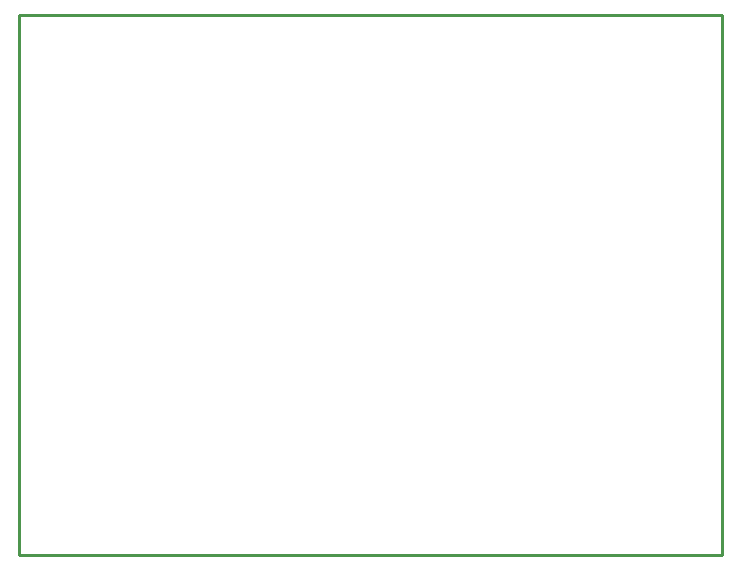
<source format=gko>
%FSLAX25Y25*%
%MOIN*%
G70*
G01*
G75*
G04 Layer_Color=16711935*
%ADD10R,0.07284X0.09252*%
%ADD11R,0.03543X0.02756*%
%ADD12R,0.03543X0.03150*%
%ADD13R,0.09449X0.03937*%
%ADD14R,0.05906X0.03937*%
%ADD15O,0.08661X0.02362*%
%ADD16R,0.03150X0.03543*%
%ADD17O,0.06299X0.01378*%
%ADD18O,0.09055X0.03347*%
%ADD19R,0.09449X0.12992*%
%ADD20R,0.09449X0.03937*%
%ADD21R,0.03937X0.09449*%
%ADD22R,0.03937X0.05906*%
%ADD23R,0.04331X0.06693*%
%ADD24R,0.06693X0.04331*%
%ADD25R,0.24410X0.22835*%
%ADD26R,0.11811X0.06299*%
%ADD27R,0.02362X0.04331*%
%ADD28C,0.01500*%
%ADD29C,0.00800*%
%ADD30C,0.03000*%
%ADD31C,0.01000*%
%ADD32C,0.02500*%
%ADD33C,0.02000*%
%ADD34C,0.15000*%
%ADD35C,0.05906*%
%ADD36R,0.05906X0.05906*%
%ADD37R,0.05906X0.05906*%
%ADD38C,0.05000*%
%ADD39C,0.02500*%
%ADD40C,0.00984*%
%ADD41C,0.02362*%
%ADD42C,0.00787*%
%ADD43C,0.00300*%
%ADD44C,0.00600*%
%ADD45R,0.08083X0.10052*%
%ADD46R,0.04343X0.03556*%
%ADD47R,0.04343X0.03950*%
%ADD48R,0.10249X0.04737*%
%ADD49R,0.06706X0.04737*%
%ADD50O,0.09461X0.03162*%
%ADD51R,0.03950X0.04343*%
%ADD52O,0.07099X0.02178*%
%ADD53O,0.09855X0.04147*%
%ADD54R,0.10249X0.13792*%
%ADD55R,0.10249X0.04737*%
%ADD56R,0.04737X0.10249*%
%ADD57R,0.04737X0.06706*%
%ADD58R,0.05131X0.07493*%
%ADD59R,0.07493X0.05131*%
%ADD60R,0.25210X0.23635*%
%ADD61R,0.12611X0.07099*%
%ADD62R,0.03162X0.05131*%
%ADD63C,0.15800*%
%ADD64C,0.06706*%
%ADD65R,0.06706X0.06706*%
%ADD66R,0.06706X0.06706*%
%ADD67C,0.05800*%
%ADD68C,0.03300*%
%ADD69C,0.00394*%
%ADD70R,0.10630X0.02648*%
%ADD71C,0.00500*%
%ADD72C,0.00197*%
D31*
X101100Y252617D02*
Y432500D01*
Y252617D02*
X335400D01*
Y432500D01*
X101100D02*
X335400D01*
M02*

</source>
